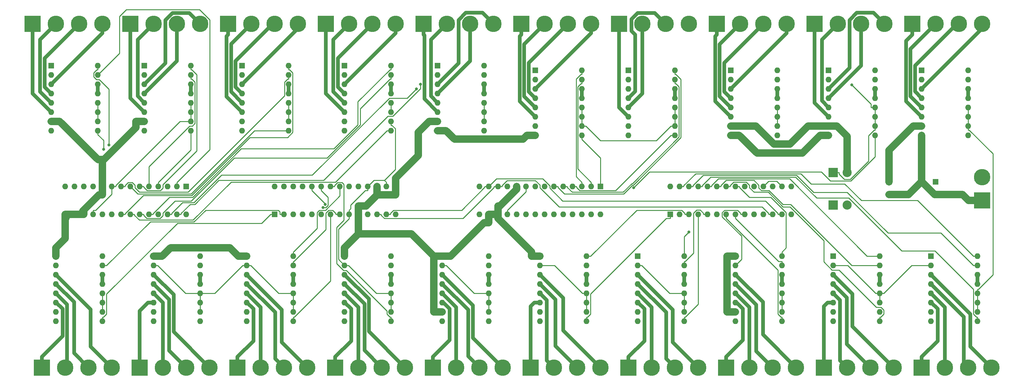
<source format=gbr>
G04 #@! TF.GenerationSoftware,KiCad,Pcbnew,5.1.5-52549c5~84~ubuntu18.04.1*
G04 #@! TF.CreationDate,2020-03-09T20:44:28+01:00*
G04 #@! TF.ProjectId,solarOSE_kicad,736f6c61-724f-4534-955f-6b696361642e,rev?*
G04 #@! TF.SameCoordinates,Original*
G04 #@! TF.FileFunction,Copper,L2,Bot*
G04 #@! TF.FilePolarity,Positive*
%FSLAX46Y46*%
G04 Gerber Fmt 4.6, Leading zero omitted, Abs format (unit mm)*
G04 Created by KiCad (PCBNEW 5.1.5-52549c5~84~ubuntu18.04.1) date 2020-03-09 20:44:28*
%MOMM*%
%LPD*%
G04 APERTURE LIST*
%ADD10C,1.600000*%
%ADD11R,1.600000X1.600000*%
%ADD12C,2.499360*%
%ADD13R,2.499360X2.499360*%
%ADD14O,1.600000X1.600000*%
%ADD15R,4.500880X4.500880*%
%ADD16C,4.500880*%
%ADD17C,0.800000*%
%ADD18C,0.250000*%
%ADD19C,2.000000*%
%ADD20C,1.000000*%
G04 APERTURE END LIST*
D10*
X264160000Y-91130000D03*
D11*
X264160000Y-87630000D03*
D10*
X251460000Y-91130000D03*
D11*
X251460000Y-87630000D03*
D12*
X240030000Y-93980000D03*
D13*
X236220000Y-93980000D03*
D12*
X240030000Y-85090000D03*
D13*
X236220000Y-85090000D03*
D14*
X35560000Y-55880000D03*
X22860000Y-73660000D03*
X35560000Y-58420000D03*
X22860000Y-71120000D03*
X35560000Y-60960000D03*
X22860000Y-68580000D03*
X35560000Y-63500000D03*
X22860000Y-66040000D03*
X35560000Y-66040000D03*
X22860000Y-63500000D03*
X35560000Y-68580000D03*
X22860000Y-60960000D03*
X35560000Y-71120000D03*
X22860000Y-58420000D03*
X35560000Y-73660000D03*
D11*
X22860000Y-55880000D03*
X48260000Y-55880000D03*
D14*
X60960000Y-73660000D03*
X48260000Y-58420000D03*
X60960000Y-71120000D03*
X48260000Y-60960000D03*
X60960000Y-68580000D03*
X48260000Y-63500000D03*
X60960000Y-66040000D03*
X48260000Y-66040000D03*
X60960000Y-63500000D03*
X48260000Y-68580000D03*
X60960000Y-60960000D03*
X48260000Y-71120000D03*
X60960000Y-58420000D03*
X48260000Y-73660000D03*
X60960000Y-55880000D03*
D11*
X74930000Y-55880000D03*
D14*
X87630000Y-73660000D03*
X74930000Y-58420000D03*
X87630000Y-71120000D03*
X74930000Y-60960000D03*
X87630000Y-68580000D03*
X74930000Y-63500000D03*
X87630000Y-66040000D03*
X74930000Y-66040000D03*
X87630000Y-63500000D03*
X74930000Y-68580000D03*
X87630000Y-60960000D03*
X74930000Y-71120000D03*
X87630000Y-58420000D03*
X74930000Y-73660000D03*
X87630000Y-55880000D03*
X115570000Y-55880000D03*
X102870000Y-73660000D03*
X115570000Y-58420000D03*
X102870000Y-71120000D03*
X115570000Y-60960000D03*
X102870000Y-68580000D03*
X115570000Y-63500000D03*
X102870000Y-66040000D03*
X115570000Y-66040000D03*
X102870000Y-63500000D03*
X115570000Y-68580000D03*
X102870000Y-60960000D03*
X115570000Y-71120000D03*
X102870000Y-58420000D03*
X115570000Y-73660000D03*
D11*
X102870000Y-55880000D03*
D14*
X140970000Y-55880000D03*
X128270000Y-73660000D03*
X140970000Y-58420000D03*
X128270000Y-71120000D03*
X140970000Y-60960000D03*
X128270000Y-68580000D03*
X140970000Y-63500000D03*
X128270000Y-66040000D03*
X140970000Y-66040000D03*
X128270000Y-63500000D03*
X140970000Y-68580000D03*
X128270000Y-60960000D03*
X140970000Y-71120000D03*
X128270000Y-58420000D03*
X140970000Y-73660000D03*
D11*
X128270000Y-55880000D03*
X154940000Y-57150000D03*
D14*
X167640000Y-74930000D03*
X154940000Y-59690000D03*
X167640000Y-72390000D03*
X154940000Y-62230000D03*
X167640000Y-69850000D03*
X154940000Y-64770000D03*
X167640000Y-67310000D03*
X154940000Y-67310000D03*
X167640000Y-64770000D03*
X154940000Y-69850000D03*
X167640000Y-62230000D03*
X154940000Y-72390000D03*
X167640000Y-59690000D03*
X154940000Y-74930000D03*
X167640000Y-57150000D03*
X193040000Y-57150000D03*
X180340000Y-74930000D03*
X193040000Y-59690000D03*
X180340000Y-72390000D03*
X193040000Y-62230000D03*
X180340000Y-69850000D03*
X193040000Y-64770000D03*
X180340000Y-67310000D03*
X193040000Y-67310000D03*
X180340000Y-64770000D03*
X193040000Y-69850000D03*
X180340000Y-62230000D03*
X193040000Y-72390000D03*
X180340000Y-59690000D03*
X193040000Y-74930000D03*
D11*
X180340000Y-57150000D03*
X208280000Y-57150000D03*
D14*
X220980000Y-74930000D03*
X208280000Y-59690000D03*
X220980000Y-72390000D03*
X208280000Y-62230000D03*
X220980000Y-69850000D03*
X208280000Y-64770000D03*
X220980000Y-67310000D03*
X208280000Y-67310000D03*
X220980000Y-64770000D03*
X208280000Y-69850000D03*
X220980000Y-62230000D03*
X208280000Y-72390000D03*
X220980000Y-59690000D03*
X208280000Y-74930000D03*
X220980000Y-57150000D03*
D11*
X234950000Y-57150000D03*
D14*
X247650000Y-74930000D03*
X234950000Y-59690000D03*
X247650000Y-72390000D03*
X234950000Y-62230000D03*
X247650000Y-69850000D03*
X234950000Y-64770000D03*
X247650000Y-67310000D03*
X234950000Y-67310000D03*
X247650000Y-64770000D03*
X234950000Y-69850000D03*
X247650000Y-62230000D03*
X234950000Y-72390000D03*
X247650000Y-59690000D03*
X234950000Y-74930000D03*
X247650000Y-57150000D03*
X273050000Y-57150000D03*
X260350000Y-74930000D03*
X273050000Y-59690000D03*
X260350000Y-72390000D03*
X273050000Y-62230000D03*
X260350000Y-69850000D03*
X273050000Y-64770000D03*
X260350000Y-67310000D03*
X273050000Y-67310000D03*
X260350000Y-64770000D03*
X273050000Y-69850000D03*
X260350000Y-62230000D03*
X273050000Y-72390000D03*
X260350000Y-59690000D03*
X273050000Y-74930000D03*
D11*
X260350000Y-57150000D03*
X24130000Y-107950000D03*
D14*
X36830000Y-125730000D03*
X24130000Y-110490000D03*
X36830000Y-123190000D03*
X24130000Y-113030000D03*
X36830000Y-120650000D03*
X24130000Y-115570000D03*
X36830000Y-118110000D03*
X24130000Y-118110000D03*
X36830000Y-115570000D03*
X24130000Y-120650000D03*
X36830000Y-113030000D03*
X24130000Y-123190000D03*
X36830000Y-110490000D03*
X24130000Y-125730000D03*
X36830000Y-107950000D03*
X63500000Y-107950000D03*
X50800000Y-125730000D03*
X63500000Y-110490000D03*
X50800000Y-123190000D03*
X63500000Y-113030000D03*
X50800000Y-120650000D03*
X63500000Y-115570000D03*
X50800000Y-118110000D03*
X63500000Y-118110000D03*
X50800000Y-115570000D03*
X63500000Y-120650000D03*
X50800000Y-113030000D03*
X63500000Y-123190000D03*
X50800000Y-110490000D03*
X63500000Y-125730000D03*
D11*
X50800000Y-107950000D03*
X76200000Y-107950000D03*
D14*
X88900000Y-125730000D03*
X76200000Y-110490000D03*
X88900000Y-123190000D03*
X76200000Y-113030000D03*
X88900000Y-120650000D03*
X76200000Y-115570000D03*
X88900000Y-118110000D03*
X76200000Y-118110000D03*
X88900000Y-115570000D03*
X76200000Y-120650000D03*
X88900000Y-113030000D03*
X76200000Y-123190000D03*
X88900000Y-110490000D03*
X76200000Y-125730000D03*
X88900000Y-107950000D03*
X115570000Y-107950000D03*
X102870000Y-125730000D03*
X115570000Y-110490000D03*
X102870000Y-123190000D03*
X115570000Y-113030000D03*
X102870000Y-120650000D03*
X115570000Y-115570000D03*
X102870000Y-118110000D03*
X115570000Y-118110000D03*
X102870000Y-115570000D03*
X115570000Y-120650000D03*
X102870000Y-113030000D03*
X115570000Y-123190000D03*
X102870000Y-110490000D03*
X115570000Y-125730000D03*
D11*
X102870000Y-107950000D03*
X129540000Y-107950000D03*
D14*
X142240000Y-125730000D03*
X129540000Y-110490000D03*
X142240000Y-123190000D03*
X129540000Y-113030000D03*
X142240000Y-120650000D03*
X129540000Y-115570000D03*
X142240000Y-118110000D03*
X129540000Y-118110000D03*
X142240000Y-115570000D03*
X129540000Y-120650000D03*
X142240000Y-113030000D03*
X129540000Y-123190000D03*
X142240000Y-110490000D03*
X129540000Y-125730000D03*
X142240000Y-107950000D03*
X168910000Y-107950000D03*
X156210000Y-125730000D03*
X168910000Y-110490000D03*
X156210000Y-123190000D03*
X168910000Y-113030000D03*
X156210000Y-120650000D03*
X168910000Y-115570000D03*
X156210000Y-118110000D03*
X168910000Y-118110000D03*
X156210000Y-115570000D03*
X168910000Y-120650000D03*
X156210000Y-113030000D03*
X168910000Y-123190000D03*
X156210000Y-110490000D03*
X168910000Y-125730000D03*
D11*
X156210000Y-107950000D03*
X182880000Y-107950000D03*
D14*
X195580000Y-125730000D03*
X182880000Y-110490000D03*
X195580000Y-123190000D03*
X182880000Y-113030000D03*
X195580000Y-120650000D03*
X182880000Y-115570000D03*
X195580000Y-118110000D03*
X182880000Y-118110000D03*
X195580000Y-115570000D03*
X182880000Y-120650000D03*
X195580000Y-113030000D03*
X182880000Y-123190000D03*
X195580000Y-110490000D03*
X182880000Y-125730000D03*
X195580000Y-107950000D03*
X222250000Y-107950000D03*
X209550000Y-125730000D03*
X222250000Y-110490000D03*
X209550000Y-123190000D03*
X222250000Y-113030000D03*
X209550000Y-120650000D03*
X222250000Y-115570000D03*
X209550000Y-118110000D03*
X222250000Y-118110000D03*
X209550000Y-115570000D03*
X222250000Y-120650000D03*
X209550000Y-113030000D03*
X222250000Y-123190000D03*
X209550000Y-110490000D03*
X222250000Y-125730000D03*
D11*
X209550000Y-107950000D03*
X236220000Y-107950000D03*
D14*
X248920000Y-125730000D03*
X236220000Y-110490000D03*
X248920000Y-123190000D03*
X236220000Y-113030000D03*
X248920000Y-120650000D03*
X236220000Y-115570000D03*
X248920000Y-118110000D03*
X236220000Y-118110000D03*
X248920000Y-115570000D03*
X236220000Y-120650000D03*
X248920000Y-113030000D03*
X236220000Y-123190000D03*
X248920000Y-110490000D03*
X236220000Y-125730000D03*
X248920000Y-107950000D03*
X275590000Y-107950000D03*
X262890000Y-125730000D03*
X275590000Y-110490000D03*
X262890000Y-123190000D03*
X275590000Y-113030000D03*
X262890000Y-120650000D03*
X275590000Y-115570000D03*
X262890000Y-118110000D03*
X275590000Y-118110000D03*
X262890000Y-115570000D03*
X275590000Y-120650000D03*
X262890000Y-113030000D03*
X275590000Y-123190000D03*
X262890000Y-110490000D03*
X275590000Y-125730000D03*
D11*
X262890000Y-107950000D03*
D15*
X276860000Y-92710000D03*
D16*
X276860000Y-86360000D03*
D15*
X17780000Y-44450000D03*
D16*
X24130000Y-44450000D03*
X30480000Y-44450000D03*
X36830000Y-44450000D03*
X63500000Y-44450000D03*
X57150000Y-44450000D03*
X50800000Y-44450000D03*
D15*
X44450000Y-44450000D03*
X71120000Y-44450000D03*
D16*
X77470000Y-44450000D03*
X83820000Y-44450000D03*
X90170000Y-44450000D03*
D15*
X97790000Y-44450000D03*
D16*
X104140000Y-44450000D03*
X110490000Y-44450000D03*
X116840000Y-44450000D03*
X143510000Y-44450000D03*
X137160000Y-44450000D03*
X130810000Y-44450000D03*
D15*
X124460000Y-44450000D03*
X151130000Y-44450000D03*
D16*
X157480000Y-44450000D03*
X163830000Y-44450000D03*
X170180000Y-44450000D03*
X196850000Y-44450000D03*
X190500000Y-44450000D03*
X184150000Y-44450000D03*
D15*
X177800000Y-44450000D03*
X204470000Y-44450000D03*
D16*
X210820000Y-44450000D03*
X217170000Y-44450000D03*
X223520000Y-44450000D03*
X250190000Y-44450000D03*
X243840000Y-44450000D03*
X237490000Y-44450000D03*
D15*
X231140000Y-44450000D03*
X257810000Y-44450000D03*
D16*
X264160000Y-44450000D03*
X270510000Y-44450000D03*
X276860000Y-44450000D03*
X39370000Y-138430000D03*
X33020000Y-138430000D03*
X26670000Y-138430000D03*
D15*
X20320000Y-138430000D03*
X46990000Y-138430000D03*
D16*
X53340000Y-138430000D03*
X59690000Y-138430000D03*
X66040000Y-138430000D03*
X92710000Y-138430000D03*
X86360000Y-138430000D03*
X80010000Y-138430000D03*
D15*
X73660000Y-138430000D03*
X100330000Y-138430000D03*
D16*
X106680000Y-138430000D03*
X113030000Y-138430000D03*
X119380000Y-138430000D03*
X146050000Y-138430000D03*
X139700000Y-138430000D03*
X133350000Y-138430000D03*
D15*
X127000000Y-138430000D03*
X153670000Y-138430000D03*
D16*
X160020000Y-138430000D03*
X166370000Y-138430000D03*
X172720000Y-138430000D03*
X199390000Y-138430000D03*
X193040000Y-138430000D03*
X186690000Y-138430000D03*
D15*
X180340000Y-138430000D03*
D16*
X226060000Y-138430000D03*
X219710000Y-138430000D03*
X213360000Y-138430000D03*
D15*
X207010000Y-138430000D03*
X233680000Y-138430000D03*
D16*
X240030000Y-138430000D03*
X246380000Y-138430000D03*
X252730000Y-138430000D03*
X279400000Y-138430000D03*
X273050000Y-138430000D03*
X266700000Y-138430000D03*
D15*
X260350000Y-138430000D03*
D11*
X59690000Y-88900000D03*
D14*
X26670000Y-96520000D03*
X57150000Y-88900000D03*
X29210000Y-96520000D03*
X54610000Y-88900000D03*
X31750000Y-96520000D03*
X52070000Y-88900000D03*
X34290000Y-96520000D03*
X49530000Y-88900000D03*
X36830000Y-96520000D03*
X46990000Y-88900000D03*
X39370000Y-96520000D03*
X44450000Y-88900000D03*
X41910000Y-96520000D03*
X41910000Y-88900000D03*
X44450000Y-96520000D03*
X39370000Y-88900000D03*
X46990000Y-96520000D03*
X36830000Y-88900000D03*
X49530000Y-96520000D03*
X34290000Y-88900000D03*
X52070000Y-96520000D03*
X31750000Y-88900000D03*
X54610000Y-96520000D03*
X29210000Y-88900000D03*
X57150000Y-96520000D03*
X26670000Y-88900000D03*
X59690000Y-96520000D03*
X172720000Y-96520000D03*
X139700000Y-88900000D03*
X170180000Y-96520000D03*
X142240000Y-88900000D03*
X167640000Y-96520000D03*
X144780000Y-88900000D03*
X165100000Y-96520000D03*
X147320000Y-88900000D03*
X162560000Y-96520000D03*
X149860000Y-88900000D03*
X160020000Y-96520000D03*
X152400000Y-88900000D03*
X157480000Y-96520000D03*
X154940000Y-88900000D03*
X154940000Y-96520000D03*
X157480000Y-88900000D03*
X152400000Y-96520000D03*
X160020000Y-88900000D03*
X149860000Y-96520000D03*
X162560000Y-88900000D03*
X147320000Y-96520000D03*
X165100000Y-88900000D03*
X144780000Y-96520000D03*
X167640000Y-88900000D03*
X142240000Y-96520000D03*
X170180000Y-88900000D03*
X139700000Y-96520000D03*
D11*
X172720000Y-88900000D03*
X83820000Y-96520000D03*
D14*
X116840000Y-88900000D03*
X86360000Y-96520000D03*
X114300000Y-88900000D03*
X88900000Y-96520000D03*
X111760000Y-88900000D03*
X91440000Y-96520000D03*
X109220000Y-88900000D03*
X93980000Y-96520000D03*
X106680000Y-88900000D03*
X96520000Y-96520000D03*
X104140000Y-88900000D03*
X99060000Y-96520000D03*
X101600000Y-88900000D03*
X101600000Y-96520000D03*
X99060000Y-88900000D03*
X104140000Y-96520000D03*
X96520000Y-88900000D03*
X106680000Y-96520000D03*
X93980000Y-88900000D03*
X109220000Y-96520000D03*
X91440000Y-88900000D03*
X111760000Y-96520000D03*
X88900000Y-88900000D03*
X114300000Y-96520000D03*
X86360000Y-88900000D03*
X116840000Y-96520000D03*
X83820000Y-88900000D03*
X191770000Y-88900000D03*
X224790000Y-96520000D03*
X194310000Y-88900000D03*
X222250000Y-96520000D03*
X196850000Y-88900000D03*
X219710000Y-96520000D03*
X199390000Y-88900000D03*
X217170000Y-96520000D03*
X201930000Y-88900000D03*
X214630000Y-96520000D03*
X204470000Y-88900000D03*
X212090000Y-96520000D03*
X207010000Y-88900000D03*
X209550000Y-96520000D03*
X209550000Y-88900000D03*
X207010000Y-96520000D03*
X212090000Y-88900000D03*
X204470000Y-96520000D03*
X214630000Y-88900000D03*
X201930000Y-96520000D03*
X217170000Y-88900000D03*
X199390000Y-96520000D03*
X219710000Y-88900000D03*
X196850000Y-96520000D03*
X222250000Y-88900000D03*
X194310000Y-96520000D03*
X224790000Y-88900000D03*
D11*
X191770000Y-96520000D03*
D17*
X38558400Y-77545500D03*
X241273600Y-61168100D03*
X37112700Y-78731700D03*
X123561800Y-60961000D03*
X122503400Y-62220900D03*
X181731300Y-89286900D03*
X97600200Y-93822200D03*
X96983600Y-94667800D03*
X196855100Y-101328700D03*
D18*
X35560000Y-55880000D02*
X35560000Y-57005300D01*
X35560000Y-57005300D02*
X35278700Y-57005300D01*
X35278700Y-57005300D02*
X34418700Y-57865300D01*
X34418700Y-57865300D02*
X34418700Y-58907200D01*
X34418700Y-58907200D02*
X35201500Y-59690000D01*
X35201500Y-59690000D02*
X35943500Y-59690000D01*
X35943500Y-59690000D02*
X38558400Y-62304900D01*
X38558400Y-62304900D02*
X38558400Y-77545500D01*
D19*
X260350000Y-87595700D02*
X263884300Y-91130000D01*
X263884300Y-91130000D02*
X264160000Y-91130000D01*
X260350000Y-74930000D02*
X260350000Y-87595700D01*
X260350000Y-87595700D02*
X256815700Y-91130000D01*
X256815700Y-91130000D02*
X251460000Y-91130000D01*
X128270000Y-73660000D02*
X130570300Y-73660000D01*
X154940000Y-74930000D02*
X152639700Y-74930000D01*
X152639700Y-74930000D02*
X151601200Y-75968500D01*
X151601200Y-75968500D02*
X132878800Y-75968500D01*
X132878800Y-75968500D02*
X130570300Y-73660000D01*
X210580300Y-74930000D02*
X215444300Y-79794000D01*
X215444300Y-79794000D02*
X227785700Y-79794000D01*
X227785700Y-79794000D02*
X232649700Y-74930000D01*
X208280000Y-74930000D02*
X210580300Y-74930000D01*
X234950000Y-74930000D02*
X232649700Y-74930000D01*
X276860000Y-92710000D02*
X273109300Y-92710000D01*
X273109300Y-92710000D02*
X271529300Y-91130000D01*
X271529300Y-91130000D02*
X264160000Y-91130000D01*
D18*
X57150000Y-88900000D02*
X57150000Y-87774700D01*
X57150000Y-87774700D02*
X66117300Y-78807400D01*
X66117300Y-78807400D02*
X66117300Y-43387200D01*
X66117300Y-43387200D02*
X63329000Y-40598900D01*
X63329000Y-40598900D02*
X43293000Y-40598900D01*
X43293000Y-40598900D02*
X41449400Y-42442500D01*
X41449400Y-42442500D02*
X41449400Y-52530600D01*
X41449400Y-52530600D02*
X35560000Y-58420000D01*
D19*
X36830000Y-81582500D02*
X37208800Y-81582500D01*
X37208800Y-81582500D02*
X45959700Y-72831600D01*
X45959700Y-72831600D02*
X45959700Y-71120000D01*
X25160300Y-71120000D02*
X35622800Y-81582500D01*
X35622800Y-81582500D02*
X36830000Y-81582500D01*
X36830000Y-81582500D02*
X36830000Y-86599700D01*
X209550000Y-123190000D02*
X207249700Y-123190000D01*
X209550000Y-107950000D02*
X207249700Y-107950000D01*
X207249700Y-107950000D02*
X207249700Y-123190000D01*
X106680000Y-101839700D02*
X102870000Y-105649700D01*
X106680000Y-98195200D02*
X106680000Y-101839700D01*
X106680000Y-101839700D02*
X121129400Y-101839700D01*
X121129400Y-101839700D02*
X127239700Y-107950000D01*
X129540000Y-123190000D02*
X127239700Y-123190000D01*
X129540000Y-107950000D02*
X127239700Y-107950000D01*
X127239700Y-107950000D02*
X127239700Y-123190000D01*
X130067500Y-107950000D02*
X129540000Y-107950000D01*
X130067500Y-107950000D02*
X131840300Y-107950000D01*
X102870000Y-107950000D02*
X102870000Y-105649700D01*
X106680000Y-96520000D02*
X106680000Y-98195200D01*
X36830000Y-88900000D02*
X36830000Y-86599700D01*
X237250300Y-72390000D02*
X240030000Y-75169700D01*
X240030000Y-75169700D02*
X240030000Y-85090000D01*
X234950000Y-72390000D02*
X237250300Y-72390000D01*
X144780000Y-96520000D02*
X144780000Y-94219700D01*
X144780000Y-94219700D02*
X145304800Y-94219700D01*
X145304800Y-94219700D02*
X149860000Y-89664500D01*
X149860000Y-89664500D02*
X149860000Y-88900000D01*
X144780000Y-96807500D02*
X144780000Y-96520000D01*
X144780000Y-96807500D02*
X144780000Y-97095000D01*
X142240000Y-96520000D02*
X144540300Y-96520000D01*
X144780000Y-97095000D02*
X144540300Y-96855300D01*
X144540300Y-96855300D02*
X144540300Y-96520000D01*
X144780000Y-97095000D02*
X144780000Y-97670100D01*
X36830000Y-88900000D02*
X36830000Y-91200300D01*
X36830000Y-91200300D02*
X35919500Y-91200300D01*
X35919500Y-91200300D02*
X31750000Y-95369800D01*
X29210000Y-96520000D02*
X31510300Y-96520000D01*
X31750000Y-95369800D02*
X31510300Y-95609500D01*
X31510300Y-95609500D02*
X31510300Y-96520000D01*
X31750000Y-96520000D02*
X31750000Y-95369800D01*
X26670000Y-97670100D02*
X26670000Y-103109700D01*
X26670000Y-103109700D02*
X24130000Y-105649700D01*
X26909700Y-96520000D02*
X26909700Y-97430400D01*
X26909700Y-97430400D02*
X26670000Y-97670100D01*
X24130000Y-107950000D02*
X24130000Y-105649700D01*
X208280000Y-72390000D02*
X210580300Y-72390000D01*
X210580300Y-72390000D02*
X215116500Y-72390000D01*
X215116500Y-72390000D02*
X220018100Y-77291600D01*
X220018100Y-77291600D02*
X224469200Y-77291600D01*
X224469200Y-77291600D02*
X229370800Y-72390000D01*
X229370800Y-72390000D02*
X234950000Y-72390000D01*
X22860000Y-71120000D02*
X25160300Y-71120000D01*
X48260000Y-71120000D02*
X45959700Y-71120000D01*
X29210000Y-96520000D02*
X26909700Y-96520000D01*
X26670000Y-96520000D02*
X26670000Y-97670100D01*
X156210000Y-107950000D02*
X153909700Y-107950000D01*
X142240000Y-96520000D02*
X142240000Y-98820300D01*
X142240000Y-98820300D02*
X140970000Y-98820300D01*
X140970000Y-98820300D02*
X131840300Y-107950000D01*
X106680000Y-96520000D02*
X106680000Y-94219700D01*
X111760000Y-91200300D02*
X116840000Y-91200300D01*
X111760000Y-90575200D02*
X111760000Y-91200300D01*
X106680000Y-94219700D02*
X108740600Y-94219700D01*
X108740600Y-94219700D02*
X111760000Y-91200300D01*
X116840000Y-88900000D02*
X116840000Y-86599700D01*
X128270000Y-71120000D02*
X125969700Y-71120000D01*
X125969700Y-71120000D02*
X123015600Y-74074100D01*
X123015600Y-74074100D02*
X123015600Y-80424100D01*
X123015600Y-80424100D02*
X116840000Y-86599700D01*
X258049700Y-72390000D02*
X251460000Y-78979700D01*
X251460000Y-78979700D02*
X251460000Y-85329700D01*
X251460000Y-87630000D02*
X251460000Y-85329700D01*
X260350000Y-72390000D02*
X258049700Y-72390000D01*
X153909700Y-107950000D02*
X153909700Y-106799800D01*
X153909700Y-106799800D02*
X144780000Y-97670100D01*
X50800000Y-107950000D02*
X53100300Y-107950000D01*
X76200000Y-107950000D02*
X73899700Y-107950000D01*
X73899700Y-107950000D02*
X71599400Y-105649700D01*
X71599400Y-105649700D02*
X55400600Y-105649700D01*
X55400600Y-105649700D02*
X53100300Y-107950000D01*
X116840000Y-88900000D02*
X116840000Y-91200300D01*
X111760000Y-88900000D02*
X111760000Y-90575200D01*
D20*
X35560000Y-63500000D02*
X35560000Y-60960000D01*
X17780000Y-44450000D02*
X17780000Y-63500000D01*
X17780000Y-63500000D02*
X22860000Y-68580000D01*
X24130000Y-44450000D02*
X19810600Y-48769400D01*
X19810600Y-48769400D02*
X19810600Y-62990600D01*
X19810600Y-62990600D02*
X22860000Y-66040000D01*
D18*
X39370000Y-88900000D02*
X40495300Y-88900000D01*
X40495300Y-88900000D02*
X40495300Y-88618700D01*
X40495300Y-88618700D02*
X57994000Y-71120000D01*
X57994000Y-71120000D02*
X60960000Y-71120000D01*
X34290000Y-95394700D02*
X34993300Y-95394700D01*
X34993300Y-95394700D02*
X39370000Y-91018000D01*
X39370000Y-91018000D02*
X39370000Y-88900000D01*
X34290000Y-96520000D02*
X34290000Y-95394700D01*
X247650000Y-67310000D02*
X246524700Y-67310000D01*
X246524700Y-67310000D02*
X246524700Y-66419200D01*
X246524700Y-66419200D02*
X241273600Y-61168100D01*
X247650000Y-69850000D02*
X247650000Y-67310000D01*
X193040000Y-72390000D02*
X191914700Y-72390000D01*
X191914700Y-72390000D02*
X187943200Y-76361500D01*
X187943200Y-76361500D02*
X172736800Y-76361500D01*
X172736800Y-76361500D02*
X168765300Y-72390000D01*
X193040000Y-72390000D02*
X193040000Y-69850000D01*
X167640000Y-72390000D02*
X168765300Y-72390000D01*
X88900000Y-118110000D02*
X84945300Y-118110000D01*
X84945300Y-118110000D02*
X77325300Y-110490000D01*
X76200000Y-110490000D02*
X77325300Y-110490000D01*
X88900000Y-118110000D02*
X88900000Y-120650000D01*
X275590000Y-118110000D02*
X275590000Y-116984700D01*
X275590000Y-116984700D02*
X275871300Y-116984700D01*
X275871300Y-116984700D02*
X279771600Y-113084400D01*
X279771600Y-113084400D02*
X279771600Y-79955600D01*
X279771600Y-79955600D02*
X273331300Y-73515300D01*
X273331300Y-73515300D02*
X273050000Y-73515300D01*
X275590000Y-118110000D02*
X275590000Y-120650000D01*
X273050000Y-72390000D02*
X273050000Y-73515300D01*
X222250000Y-88900000D02*
X220812900Y-87462900D01*
X220812900Y-87462900D02*
X218607100Y-87462900D01*
X218607100Y-87462900D02*
X217170000Y-88900000D01*
X147320000Y-96520000D02*
X147320000Y-95394700D01*
X147320000Y-95394700D02*
X152400000Y-90314700D01*
X152400000Y-90314700D02*
X152400000Y-88900000D01*
X63500000Y-118110000D02*
X67454700Y-118110000D01*
X67454700Y-118110000D02*
X75074700Y-110490000D01*
X76200000Y-110490000D02*
X75074700Y-110490000D01*
X63500000Y-118110000D02*
X63500000Y-119524700D01*
X248920000Y-118110000D02*
X247794700Y-118110000D01*
X236220000Y-110490000D02*
X240174700Y-110490000D01*
X240174700Y-110490000D02*
X247794700Y-118110000D01*
X220980000Y-69850000D02*
X220980000Y-72390000D01*
X212090000Y-96520000D02*
X210964700Y-96520000D01*
X209550000Y-110490000D02*
X211193500Y-108846500D01*
X211193500Y-108846500D02*
X211193500Y-102503700D01*
X211193500Y-102503700D02*
X205884400Y-97194600D01*
X205884400Y-97194600D02*
X205884400Y-96050800D01*
X205884400Y-96050800D02*
X206540500Y-95394700D01*
X206540500Y-95394700D02*
X210120800Y-95394700D01*
X210120800Y-95394700D02*
X210964700Y-96238600D01*
X210964700Y-96238600D02*
X210964700Y-96520000D01*
X195580000Y-118110000D02*
X191625300Y-118110000D01*
X191625300Y-118110000D02*
X184005300Y-110490000D01*
X182880000Y-110490000D02*
X184005300Y-110490000D01*
X195580000Y-118110000D02*
X195580000Y-120650000D01*
X247650000Y-73515300D02*
X247368600Y-73515300D01*
X247368600Y-73515300D02*
X245858600Y-75025300D01*
X245858600Y-75025300D02*
X245858600Y-81947700D01*
X245858600Y-81947700D02*
X240841100Y-86965200D01*
X240841100Y-86965200D02*
X239229500Y-86965200D01*
X239229500Y-86965200D02*
X237795000Y-85530700D01*
X237795000Y-85530700D02*
X237795000Y-85090000D01*
X156210000Y-110490000D02*
X160164700Y-110490000D01*
X160164700Y-110490000D02*
X167784700Y-118110000D01*
X142240000Y-118110000D02*
X138285300Y-118110000D01*
X138285300Y-118110000D02*
X130665300Y-110490000D01*
X129540000Y-110490000D02*
X130665300Y-110490000D01*
X142240000Y-118110000D02*
X142240000Y-120650000D01*
X104140000Y-96520000D02*
X104140000Y-95394700D01*
X104140000Y-95394700D02*
X104577300Y-94957400D01*
X104577300Y-94957400D02*
X104577300Y-93964700D01*
X104577300Y-93964700D02*
X108516700Y-90025300D01*
X108516700Y-90025300D02*
X109220000Y-90025300D01*
X102870000Y-110490000D02*
X101216500Y-108836500D01*
X101216500Y-108836500D02*
X101216500Y-100619400D01*
X101216500Y-100619400D02*
X104140000Y-97695900D01*
X104140000Y-97695900D02*
X104140000Y-96520000D01*
X109220000Y-88900000D02*
X109220000Y-90025300D01*
X51925300Y-110490000D02*
X59545300Y-118110000D01*
X59545300Y-118110000D02*
X63500000Y-118110000D01*
X63500000Y-120650000D02*
X63500000Y-119524700D01*
X35560000Y-68580000D02*
X35560000Y-66040000D01*
X35560000Y-71120000D02*
X35560000Y-68580000D01*
X115570000Y-71120000D02*
X115570000Y-72245300D01*
X113761800Y-87236500D02*
X114300000Y-87774700D01*
X109220000Y-88900000D02*
X110883500Y-87236500D01*
X110883500Y-87236500D02*
X113761800Y-87236500D01*
X115570000Y-72245300D02*
X115851300Y-72245300D01*
X115851300Y-72245300D02*
X116702400Y-73096400D01*
X116702400Y-73096400D02*
X116702400Y-84295900D01*
X116702400Y-84295900D02*
X113761800Y-87236500D01*
X115570000Y-68580000D02*
X115570000Y-66040000D01*
X140970000Y-68580000D02*
X140970000Y-66040000D01*
X140970000Y-71120000D02*
X140970000Y-68580000D01*
X193040000Y-69850000D02*
X193040000Y-67310000D01*
X273050000Y-69850000D02*
X273050000Y-67310000D01*
X273050000Y-72390000D02*
X273050000Y-69850000D01*
X63500000Y-123190000D02*
X63500000Y-120650000D01*
X50800000Y-110490000D02*
X51925300Y-110490000D01*
X115570000Y-118110000D02*
X111615300Y-118110000D01*
X111615300Y-118110000D02*
X103995300Y-110490000D01*
X102870000Y-110490000D02*
X103995300Y-110490000D01*
X115570000Y-120650000D02*
X115570000Y-118110000D01*
X115570000Y-123190000D02*
X115570000Y-120650000D01*
X168910000Y-120650000D02*
X168910000Y-118110000D01*
X168910000Y-123190000D02*
X168910000Y-120650000D01*
X168910000Y-118110000D02*
X167784700Y-118110000D01*
X222250000Y-120650000D02*
X222250000Y-118110000D01*
X222250000Y-123190000D02*
X222250000Y-120650000D01*
X275590000Y-123190000D02*
X275590000Y-120650000D01*
X60960000Y-68580000D02*
X60960000Y-71120000D01*
X60960000Y-66040000D02*
X60960000Y-68580000D01*
X87630000Y-68580000D02*
X87630000Y-71120000D01*
X87630000Y-66040000D02*
X87630000Y-68580000D01*
X167640000Y-69850000D02*
X167640000Y-72390000D01*
X167640000Y-67310000D02*
X167640000Y-69850000D01*
X220980000Y-67310000D02*
X220980000Y-69850000D01*
X247650000Y-72390000D02*
X247650000Y-73515300D01*
X247650000Y-69850000D02*
X247650000Y-72390000D01*
X236220000Y-85090000D02*
X237795000Y-85090000D01*
X36830000Y-118110000D02*
X36830000Y-120650000D01*
X36830000Y-120650000D02*
X36830000Y-123190000D01*
X88900000Y-120650000D02*
X88900000Y-123190000D01*
X142240000Y-120650000D02*
X142240000Y-123190000D01*
X195580000Y-120650000D02*
X195580000Y-123190000D01*
X248920000Y-118110000D02*
X250045300Y-118110000D01*
X250045300Y-118110000D02*
X257665300Y-110490000D01*
X257665300Y-110490000D02*
X262890000Y-110490000D01*
X248920000Y-118110000D02*
X248920000Y-120650000D01*
X114300000Y-88900000D02*
X114300000Y-87774700D01*
D20*
X30480000Y-44450000D02*
X21056400Y-53873600D01*
X21056400Y-53873600D02*
X21056400Y-61696400D01*
X21056400Y-61696400D02*
X22860000Y-63500000D01*
X36830000Y-44450000D02*
X36830000Y-46990000D01*
X36830000Y-46990000D02*
X22860000Y-60960000D01*
D18*
X35560000Y-73660000D02*
X35560000Y-74785300D01*
X37112700Y-78731700D02*
X37112700Y-76338000D01*
X37112700Y-76338000D02*
X35560000Y-74785300D01*
X60960000Y-73660000D02*
X60960000Y-78884700D01*
X60960000Y-78884700D02*
X52070000Y-87774700D01*
X52070000Y-88900000D02*
X52070000Y-87774700D01*
D20*
X63500000Y-44450000D02*
X60530300Y-41480300D01*
X60530300Y-41480300D02*
X55927700Y-41480300D01*
X55927700Y-41480300D02*
X53975000Y-43433000D01*
X53975000Y-43433000D02*
X53975000Y-55245000D01*
X53975000Y-55245000D02*
X48260000Y-60960000D01*
X57150000Y-44450000D02*
X57150000Y-54610000D01*
X57150000Y-54610000D02*
X48260000Y-63500000D01*
X50800000Y-44450000D02*
X46430700Y-48819300D01*
X46430700Y-48819300D02*
X46430700Y-64210700D01*
X46430700Y-64210700D02*
X48260000Y-66040000D01*
X60960000Y-60960000D02*
X60960000Y-63500000D01*
X44450000Y-44450000D02*
X44450000Y-64770000D01*
X44450000Y-64770000D02*
X48260000Y-68580000D01*
D18*
X60960000Y-58420000D02*
X60960000Y-59545300D01*
X49530000Y-88900000D02*
X49530000Y-83492500D01*
X49530000Y-83492500D02*
X60632500Y-72390000D01*
X60632500Y-72390000D02*
X61359000Y-72390000D01*
X61359000Y-72390000D02*
X62085300Y-71663700D01*
X62085300Y-71663700D02*
X62085300Y-60389200D01*
X62085300Y-60389200D02*
X61241400Y-59545300D01*
X61241400Y-59545300D02*
X60960000Y-59545300D01*
X46990000Y-88900000D02*
X48115300Y-88900000D01*
X60960000Y-55880000D02*
X60960000Y-57005300D01*
X60960000Y-57005300D02*
X61241300Y-57005300D01*
X61241300Y-57005300D02*
X62571600Y-58335600D01*
X62571600Y-58335600D02*
X62571600Y-79138200D01*
X62571600Y-79138200D02*
X53340000Y-88369800D01*
X53340000Y-88369800D02*
X53340000Y-89296400D01*
X53340000Y-89296400D02*
X52611000Y-90025400D01*
X52611000Y-90025400D02*
X49047800Y-90025400D01*
X49047800Y-90025400D02*
X48115300Y-89092900D01*
X48115300Y-89092900D02*
X48115300Y-88900000D01*
X44450000Y-88900000D02*
X46486500Y-90936500D01*
X46486500Y-90936500D02*
X61056800Y-90936500D01*
X61056800Y-90936500D02*
X78333300Y-73660000D01*
X78333300Y-73660000D02*
X86504700Y-73660000D01*
X87630000Y-73660000D02*
X86504700Y-73660000D01*
D20*
X90170000Y-44450000D02*
X90170000Y-45720000D01*
X90170000Y-45720000D02*
X74930000Y-60960000D01*
X83820000Y-44450000D02*
X83311000Y-44450000D01*
X83311000Y-44450000D02*
X73129600Y-54631400D01*
X73129600Y-54631400D02*
X73129600Y-61699600D01*
X73129600Y-61699600D02*
X74930000Y-63500000D01*
X77470000Y-44450000D02*
X71914100Y-50005900D01*
X71914100Y-50005900D02*
X71914100Y-63024100D01*
X71914100Y-63024100D02*
X74930000Y-66040000D01*
X87630000Y-60960000D02*
X87630000Y-63500000D01*
X71120000Y-44450000D02*
X71120000Y-47400700D01*
X71120000Y-47400700D02*
X70701100Y-47819600D01*
X70701100Y-47819600D02*
X70701100Y-64351100D01*
X70701100Y-64351100D02*
X74930000Y-68580000D01*
D18*
X41910000Y-88900000D02*
X43035300Y-88900000D01*
X87630000Y-58420000D02*
X87630000Y-59545300D01*
X87630000Y-59545300D02*
X87348600Y-59545300D01*
X87348600Y-59545300D02*
X86504700Y-60389200D01*
X86504700Y-60389200D02*
X86504700Y-64145400D01*
X86504700Y-64145400D02*
X60174400Y-90475700D01*
X60174400Y-90475700D02*
X46922700Y-90475700D01*
X46922700Y-90475700D02*
X45720000Y-89273000D01*
X45720000Y-89273000D02*
X45720000Y-88541900D01*
X45720000Y-88541900D02*
X44952800Y-87774700D01*
X44952800Y-87774700D02*
X43879200Y-87774700D01*
X43879200Y-87774700D02*
X43035300Y-88618600D01*
X43035300Y-88618600D02*
X43035300Y-88900000D01*
X43035300Y-96520000D02*
X43035300Y-96324700D01*
X43035300Y-96324700D02*
X47962800Y-91397200D01*
X47962800Y-91397200D02*
X61233000Y-91397200D01*
X61233000Y-91397200D02*
X77068700Y-75561500D01*
X77068700Y-75561500D02*
X87320100Y-75561500D01*
X87320100Y-75561500D02*
X88755300Y-74126300D01*
X88755300Y-74126300D02*
X88755300Y-57849200D01*
X88755300Y-57849200D02*
X87911400Y-57005300D01*
X87911400Y-57005300D02*
X87630000Y-57005300D01*
X87630000Y-55880000D02*
X87630000Y-57005300D01*
X41910000Y-96520000D02*
X43035300Y-96520000D01*
X50655300Y-96520000D02*
X50655300Y-96335400D01*
X50655300Y-96335400D02*
X55143100Y-91847600D01*
X55143100Y-91847600D02*
X61419500Y-91847600D01*
X61419500Y-91847600D02*
X74658900Y-78608200D01*
X74658900Y-78608200D02*
X100001700Y-78608200D01*
X100001700Y-78608200D02*
X106538700Y-72071200D01*
X106538700Y-72071200D02*
X106538700Y-65755300D01*
X106538700Y-65755300D02*
X115288700Y-57005300D01*
X115288700Y-57005300D02*
X115570000Y-57005300D01*
X115570000Y-55880000D02*
X115570000Y-57005300D01*
X49530000Y-96520000D02*
X50655300Y-96520000D01*
X48115300Y-96520000D02*
X48115300Y-96802000D01*
X48115300Y-96802000D02*
X48958600Y-97645300D01*
X48958600Y-97645300D02*
X52542300Y-97645300D01*
X52542300Y-97645300D02*
X53340000Y-96847600D01*
X53340000Y-96847600D02*
X53340000Y-96178700D01*
X53340000Y-96178700D02*
X56618100Y-92900600D01*
X56618100Y-92900600D02*
X61003400Y-92900600D01*
X61003400Y-92900600D02*
X72775300Y-81128700D01*
X72775300Y-81128700D02*
X98118100Y-81128700D01*
X98118100Y-81128700D02*
X107148300Y-72098500D01*
X107148300Y-72098500D02*
X107148300Y-67685600D01*
X107148300Y-67685600D02*
X115288600Y-59545300D01*
X115288600Y-59545300D02*
X115570000Y-59545300D01*
X115570000Y-58420000D02*
X115570000Y-59545300D01*
X46990000Y-96520000D02*
X48115300Y-96520000D01*
D20*
X115570000Y-63500000D02*
X115570000Y-60960000D01*
X97790000Y-44450000D02*
X97790000Y-63500000D01*
X97790000Y-63500000D02*
X102870000Y-68580000D01*
X104140000Y-44450000D02*
X99814100Y-48775900D01*
X99814100Y-48775900D02*
X99814100Y-62984100D01*
X99814100Y-62984100D02*
X102870000Y-66040000D01*
X110490000Y-44450000D02*
X101065500Y-53874500D01*
X101065500Y-53874500D02*
X101065500Y-61695500D01*
X101065500Y-61695500D02*
X102870000Y-63500000D01*
X116840000Y-44450000D02*
X116840000Y-46990000D01*
X116840000Y-46990000D02*
X102870000Y-60960000D01*
D18*
X45575300Y-96520000D02*
X45575300Y-96801400D01*
X45575300Y-96801400D02*
X46869500Y-98095600D01*
X46869500Y-98095600D02*
X61561400Y-98095600D01*
X61561400Y-98095600D02*
X71923700Y-87733300D01*
X71923700Y-87733300D02*
X100371500Y-87733300D01*
X100371500Y-87733300D02*
X100371500Y-87733200D01*
X100371500Y-87733200D02*
X114444700Y-73660000D01*
X44450000Y-96520000D02*
X45575300Y-96520000D01*
X115570000Y-73660000D02*
X114444700Y-73660000D01*
X58275300Y-96520000D02*
X58275300Y-96265600D01*
X58275300Y-96265600D02*
X60739700Y-93801200D01*
X60739700Y-93801200D02*
X62013500Y-93801200D01*
X62013500Y-93801200D02*
X68586300Y-87228400D01*
X68586300Y-87228400D02*
X97195900Y-87228400D01*
X97195900Y-87228400D02*
X114704400Y-69719900D01*
X114704400Y-69719900D02*
X116034000Y-69719900D01*
X116034000Y-69719900D02*
X123561800Y-62192100D01*
X123561800Y-62192100D02*
X123561800Y-60961000D01*
X57150000Y-96520000D02*
X58275300Y-96520000D01*
X55735300Y-96520000D02*
X55735300Y-96238600D01*
X55735300Y-96238600D02*
X58623000Y-93350900D01*
X58623000Y-93350900D02*
X61826900Y-93350900D01*
X61826900Y-93350900D02*
X69364200Y-85813600D01*
X69364200Y-85813600D02*
X94071600Y-85813600D01*
X94071600Y-85813600D02*
X115115200Y-64770000D01*
X115115200Y-64770000D02*
X119954300Y-64770000D01*
X119954300Y-64770000D02*
X122503400Y-62220900D01*
X54610000Y-96520000D02*
X55735300Y-96520000D01*
D20*
X140970000Y-63500000D02*
X140970000Y-60960000D01*
X128270000Y-68580000D02*
X124674800Y-64984800D01*
X124674800Y-64984800D02*
X124674800Y-47615500D01*
X124674800Y-47615500D02*
X124460000Y-47400700D01*
X124460000Y-44450000D02*
X124460000Y-47400700D01*
X130810000Y-44450000D02*
X126440700Y-48819300D01*
X126440700Y-48819300D02*
X126440700Y-64210700D01*
X126440700Y-64210700D02*
X128270000Y-66040000D01*
X137160000Y-44450000D02*
X137160000Y-54610000D01*
X137160000Y-54610000D02*
X128270000Y-63500000D01*
X143510000Y-44450000D02*
X140513200Y-41453200D01*
X140513200Y-41453200D02*
X135983400Y-41453200D01*
X135983400Y-41453200D02*
X133985000Y-43451600D01*
X133985000Y-43451600D02*
X133985000Y-55245000D01*
X133985000Y-55245000D02*
X128270000Y-60960000D01*
D18*
X167640000Y-74930000D02*
X167640000Y-76055300D01*
X172720000Y-88900000D02*
X172720000Y-81135300D01*
X172720000Y-81135300D02*
X167640000Y-76055300D01*
D20*
X170180000Y-44450000D02*
X170180000Y-46990000D01*
X170180000Y-46990000D02*
X154940000Y-62230000D01*
X163830000Y-44450000D02*
X153135400Y-55144600D01*
X153135400Y-55144600D02*
X153135400Y-62965400D01*
X153135400Y-62965400D02*
X154940000Y-64770000D01*
X157480000Y-44450000D02*
X151899800Y-50030200D01*
X151899800Y-50030200D02*
X151899800Y-64269800D01*
X151899800Y-64269800D02*
X154940000Y-67310000D01*
X167640000Y-62230000D02*
X167640000Y-64770000D01*
X151130000Y-44450000D02*
X151130000Y-47400700D01*
X151130000Y-47400700D02*
X150694600Y-47836100D01*
X150694600Y-47836100D02*
X150694600Y-65604600D01*
X150694600Y-65604600D02*
X154940000Y-69850000D01*
D18*
X170180000Y-87774700D02*
X166514700Y-84109400D01*
X166514700Y-84109400D02*
X166514700Y-61659200D01*
X166514700Y-61659200D02*
X167358600Y-60815300D01*
X167358600Y-60815300D02*
X167640000Y-60815300D01*
X167640000Y-59690000D02*
X167640000Y-60815300D01*
X170180000Y-88900000D02*
X170180000Y-87774700D01*
X167640000Y-57150000D02*
X167640000Y-58275300D01*
X167640000Y-88900000D02*
X167640000Y-87774700D01*
X167640000Y-87774700D02*
X166064400Y-86199100D01*
X166064400Y-86199100D02*
X166064400Y-59569600D01*
X166064400Y-59569600D02*
X167358700Y-58275300D01*
X167358700Y-58275300D02*
X167640000Y-58275300D01*
X193040000Y-58275300D02*
X193321300Y-58275300D01*
X193321300Y-58275300D02*
X194651200Y-59605200D01*
X194651200Y-59605200D02*
X194651200Y-75557000D01*
X194651200Y-75557000D02*
X181646600Y-88561600D01*
X181646600Y-88561600D02*
X181430900Y-88561600D01*
X181430900Y-88561600D02*
X179054500Y-90938000D01*
X179054500Y-90938000D02*
X162902000Y-90938000D01*
X162902000Y-90938000D02*
X161145300Y-89181300D01*
X161145300Y-89181300D02*
X161145300Y-88900000D01*
X193040000Y-57150000D02*
X193040000Y-58275300D01*
X160020000Y-88900000D02*
X161145300Y-88900000D01*
X193040000Y-60815300D02*
X193321400Y-60815300D01*
X193321400Y-60815300D02*
X194165300Y-61659200D01*
X194165300Y-61659200D02*
X194165300Y-75406000D01*
X194165300Y-75406000D02*
X181460000Y-88111300D01*
X181460000Y-88111300D02*
X181244300Y-88111300D01*
X181244300Y-88111300D02*
X178879900Y-90475700D01*
X178879900Y-90475700D02*
X164979700Y-90475700D01*
X164979700Y-90475700D02*
X163685300Y-89181300D01*
X163685300Y-89181300D02*
X163685300Y-88900000D01*
X193040000Y-59690000D02*
X193040000Y-60815300D01*
X162560000Y-88900000D02*
X163685300Y-88900000D01*
D20*
X193040000Y-64770000D02*
X193040000Y-62230000D01*
X177800000Y-44450000D02*
X177800000Y-67310000D01*
X177800000Y-67310000D02*
X180340000Y-69850000D01*
X184150000Y-44450000D02*
X184150000Y-63500000D01*
X184150000Y-63500000D02*
X180340000Y-67310000D01*
X190500000Y-44450000D02*
X187532700Y-41482700D01*
X187532700Y-41482700D02*
X182884100Y-41482700D01*
X182884100Y-41482700D02*
X181185000Y-43181800D01*
X181185000Y-43181800D02*
X181185000Y-46445400D01*
X181185000Y-46445400D02*
X182169300Y-47429700D01*
X182169300Y-47429700D02*
X182169300Y-62940700D01*
X182169300Y-62940700D02*
X180340000Y-64770000D01*
D18*
X193040000Y-74930000D02*
X191914700Y-74930000D01*
X165100000Y-88900000D02*
X166225300Y-88900000D01*
X166225300Y-88900000D02*
X166225300Y-89181300D01*
X166225300Y-89181300D02*
X167069400Y-90025400D01*
X167069400Y-90025400D02*
X176819300Y-90025400D01*
X176819300Y-90025400D02*
X191914700Y-74930000D01*
D20*
X223520000Y-44450000D02*
X223520000Y-46990000D01*
X223520000Y-46990000D02*
X208280000Y-62230000D01*
X217170000Y-44450000D02*
X206477200Y-55142800D01*
X206477200Y-55142800D02*
X206477200Y-62967200D01*
X206477200Y-62967200D02*
X208280000Y-64770000D01*
X210820000Y-44450000D02*
X205247700Y-50022300D01*
X205247700Y-50022300D02*
X205247700Y-64277700D01*
X205247700Y-64277700D02*
X208280000Y-67310000D01*
X220980000Y-62230000D02*
X220980000Y-64770000D01*
X204470000Y-44450000D02*
X204470000Y-47400700D01*
X204470000Y-47400700D02*
X204047300Y-47823400D01*
X204047300Y-47823400D02*
X204047300Y-65617300D01*
X204047300Y-65617300D02*
X208280000Y-69850000D01*
D18*
X181731300Y-89286900D02*
X186059300Y-84958900D01*
X186059300Y-84958900D02*
X233006300Y-84958900D01*
X233006300Y-84958900D02*
X235469000Y-87421600D01*
X235469000Y-87421600D02*
X241021600Y-87421600D01*
X241021600Y-87421600D02*
X247650000Y-80793200D01*
X247650000Y-80793200D02*
X247650000Y-74930000D01*
D20*
X250190000Y-44450000D02*
X247193200Y-41453200D01*
X247193200Y-41453200D02*
X242663400Y-41453200D01*
X242663400Y-41453200D02*
X240665000Y-43451600D01*
X240665000Y-43451600D02*
X240665000Y-56515000D01*
X240665000Y-56515000D02*
X234950000Y-62230000D01*
X243840000Y-44450000D02*
X243840000Y-55880000D01*
X243840000Y-55880000D02*
X234950000Y-64770000D01*
X237490000Y-44450000D02*
X233120700Y-48819300D01*
X233120700Y-48819300D02*
X233120700Y-65480700D01*
X233120700Y-65480700D02*
X234950000Y-67310000D01*
X247650000Y-62230000D02*
X247650000Y-64770000D01*
X231140000Y-44450000D02*
X231140000Y-66040000D01*
X231140000Y-66040000D02*
X234950000Y-69850000D01*
X273050000Y-64770000D02*
X273050000Y-62230000D01*
X257810000Y-47400700D02*
X256092300Y-49118400D01*
X256092300Y-49118400D02*
X256092300Y-65592300D01*
X256092300Y-65592300D02*
X260350000Y-69850000D01*
X257810000Y-44450000D02*
X257810000Y-47400700D01*
X264160000Y-44450000D02*
X257304100Y-51305900D01*
X257304100Y-51305900D02*
X257304100Y-64264100D01*
X257304100Y-64264100D02*
X260350000Y-67310000D01*
X270510000Y-44450000D02*
X269997200Y-44450000D01*
X269997200Y-44450000D02*
X258520700Y-55926500D01*
X258520700Y-55926500D02*
X258520700Y-62940700D01*
X258520700Y-62940700D02*
X260350000Y-64770000D01*
X276860000Y-44450000D02*
X276860000Y-45720000D01*
X276860000Y-45720000D02*
X260350000Y-62230000D01*
D18*
X36830000Y-124604700D02*
X37111400Y-124604700D01*
X37111400Y-124604700D02*
X37955300Y-123760800D01*
X37955300Y-123760800D02*
X37955300Y-118304100D01*
X37955300Y-118304100D02*
X57263200Y-98996200D01*
X57263200Y-98996200D02*
X80218500Y-98996200D01*
X80218500Y-98996200D02*
X82694700Y-96520000D01*
X83820000Y-96520000D02*
X82694700Y-96520000D01*
X36830000Y-125730000D02*
X36830000Y-124604700D01*
D20*
X39370000Y-138430000D02*
X33620100Y-132680100D01*
X33620100Y-132680100D02*
X33620100Y-122520100D01*
X33620100Y-122520100D02*
X24130000Y-113030000D01*
X33020000Y-138430000D02*
X29070600Y-134480600D01*
X29070600Y-134480600D02*
X29070600Y-120510600D01*
X29070600Y-120510600D02*
X24130000Y-115570000D01*
X26670000Y-138430000D02*
X27186900Y-137913100D01*
X27186900Y-137913100D02*
X27186900Y-121166900D01*
X27186900Y-121166900D02*
X24130000Y-118110000D01*
X36830000Y-113030000D02*
X36830000Y-115570000D01*
X20320000Y-138430000D02*
X20320000Y-135479300D01*
X20320000Y-135479300D02*
X25958500Y-129840800D01*
X25958500Y-129840800D02*
X25958500Y-122373200D01*
X25958500Y-122373200D02*
X24235300Y-120650000D01*
X24235300Y-120650000D02*
X24130000Y-120650000D01*
D18*
X36830000Y-110490000D02*
X37955300Y-110490000D01*
X86360000Y-96520000D02*
X85234700Y-96520000D01*
X85234700Y-96520000D02*
X85234700Y-95816700D01*
X85234700Y-95816700D02*
X84812600Y-95394600D01*
X84812600Y-95394600D02*
X64976200Y-95394600D01*
X64976200Y-95394600D02*
X61824900Y-98545900D01*
X61824900Y-98545900D02*
X49899400Y-98545900D01*
X49899400Y-98545900D02*
X37955300Y-110490000D01*
D20*
X63500000Y-115570000D02*
X63500000Y-113030000D01*
X50800000Y-120650000D02*
X49299700Y-120650000D01*
X49299700Y-120650000D02*
X46990000Y-122959700D01*
X46990000Y-122959700D02*
X46990000Y-135479300D01*
X46990000Y-138430000D02*
X46990000Y-135479300D01*
X53340000Y-138430000D02*
X53340000Y-120650000D01*
X53340000Y-120650000D02*
X50800000Y-118110000D01*
X59690000Y-138430000D02*
X55055900Y-133795900D01*
X55055900Y-133795900D02*
X55055900Y-119825900D01*
X55055900Y-119825900D02*
X50800000Y-115570000D01*
X66040000Y-138430000D02*
X56256200Y-128646200D01*
X56256200Y-128646200D02*
X56256200Y-118486200D01*
X56256200Y-118486200D02*
X50800000Y-113030000D01*
D18*
X88900000Y-125730000D02*
X88900000Y-124604700D01*
X99060000Y-96520000D02*
X99060000Y-114726000D01*
X99060000Y-114726000D02*
X89181300Y-124604700D01*
X89181300Y-124604700D02*
X88900000Y-124604700D01*
D20*
X92710000Y-138430000D02*
X85759800Y-131479800D01*
X85759800Y-131479800D02*
X85759800Y-122589800D01*
X85759800Y-122589800D02*
X76200000Y-113030000D01*
X76200000Y-115570000D02*
X83959400Y-123329400D01*
X83959400Y-123329400D02*
X83959400Y-136029400D01*
X83959400Y-136029400D02*
X86360000Y-138430000D01*
X76200000Y-118110000D02*
X80010000Y-121920000D01*
X80010000Y-121920000D02*
X80010000Y-138430000D01*
X88900000Y-113030000D02*
X88900000Y-115570000D01*
X73660000Y-138430000D02*
X73660000Y-135479300D01*
X73660000Y-135479300D02*
X78017000Y-131122300D01*
X78017000Y-131122300D02*
X78017000Y-122361700D01*
X78017000Y-122361700D02*
X76305300Y-120650000D01*
X76305300Y-120650000D02*
X76200000Y-120650000D01*
D18*
X88900000Y-109364700D02*
X89094200Y-109364700D01*
X89094200Y-109364700D02*
X97790000Y-100668900D01*
X97790000Y-100668900D02*
X97790000Y-96175400D01*
X97790000Y-96175400D02*
X98570700Y-95394700D01*
X98570700Y-95394700D02*
X99630800Y-95394700D01*
X99630800Y-95394700D02*
X100474700Y-96238600D01*
X100474700Y-96238600D02*
X100474700Y-96520000D01*
X101600000Y-96520000D02*
X100474700Y-96520000D01*
X88900000Y-110490000D02*
X88900000Y-109364700D01*
X88900000Y-106824700D02*
X95394700Y-100330000D01*
X95394700Y-100330000D02*
X95394700Y-95988000D01*
X95394700Y-95988000D02*
X95989600Y-95393100D01*
X95989600Y-95393100D02*
X97699500Y-95393100D01*
X97699500Y-95393100D02*
X101600000Y-91492600D01*
X101600000Y-91492600D02*
X101600000Y-90025300D01*
X88900000Y-107950000D02*
X88900000Y-106824700D01*
X101600000Y-88900000D02*
X101600000Y-90025300D01*
X93980000Y-88900000D02*
X93980000Y-90025300D01*
X93980000Y-90025300D02*
X97600200Y-93645500D01*
X97600200Y-93645500D02*
X97600200Y-93822200D01*
X96520000Y-90025300D02*
X98373900Y-91879200D01*
X98373900Y-91879200D02*
X98373900Y-94075800D01*
X98373900Y-94075800D02*
X97781900Y-94667800D01*
X97781900Y-94667800D02*
X96983600Y-94667800D01*
X96520000Y-88900000D02*
X96520000Y-90025300D01*
D20*
X115570000Y-115570000D02*
X115570000Y-113030000D01*
X100330000Y-138430000D02*
X100330000Y-135479300D01*
X100330000Y-135479300D02*
X104687000Y-131122300D01*
X104687000Y-131122300D02*
X104687000Y-122361700D01*
X104687000Y-122361700D02*
X102975300Y-120650000D01*
X102975300Y-120650000D02*
X102870000Y-120650000D01*
X106680000Y-138430000D02*
X106680000Y-121920000D01*
X106680000Y-121920000D02*
X102870000Y-118110000D01*
X113030000Y-138430000D02*
X108323000Y-133723000D01*
X108323000Y-133723000D02*
X108323000Y-121023000D01*
X108323000Y-121023000D02*
X102870000Y-115570000D01*
X119380000Y-138430000D02*
X109523300Y-128573300D01*
X109523300Y-128573300D02*
X109523300Y-119683300D01*
X109523300Y-119683300D02*
X102870000Y-113030000D01*
D18*
X100185300Y-88900000D02*
X100185300Y-88618600D01*
X100185300Y-88618600D02*
X101029200Y-87774700D01*
X101029200Y-87774700D02*
X102141900Y-87774700D01*
X102141900Y-87774700D02*
X102726700Y-88359500D01*
X102726700Y-88359500D02*
X102726700Y-98154000D01*
X102726700Y-98154000D02*
X100766200Y-100114500D01*
X100766200Y-100114500D02*
X100766200Y-110020600D01*
X100766200Y-110020600D02*
X102636900Y-111891300D01*
X102636900Y-111891300D02*
X103376200Y-111891300D01*
X103376200Y-111891300D02*
X114444700Y-122959800D01*
X114444700Y-122959800D02*
X114444700Y-123760800D01*
X114444700Y-123760800D02*
X115288600Y-124604700D01*
X115288600Y-124604700D02*
X115570000Y-124604700D01*
X99060000Y-88900000D02*
X100185300Y-88900000D01*
X115570000Y-125730000D02*
X115570000Y-124604700D01*
D20*
X146050000Y-138430000D02*
X137899500Y-130279500D01*
X137899500Y-130279500D02*
X137899500Y-121389500D01*
X137899500Y-121389500D02*
X129540000Y-113030000D01*
X139700000Y-138430000D02*
X136596300Y-135326300D01*
X136596300Y-135326300D02*
X136596300Y-122626300D01*
X136596300Y-122626300D02*
X129540000Y-115570000D01*
X133350000Y-138430000D02*
X133350000Y-121920000D01*
X133350000Y-121920000D02*
X129540000Y-118110000D01*
X142240000Y-113030000D02*
X142240000Y-115570000D01*
X127000000Y-135479300D02*
X131540300Y-130939000D01*
X131540300Y-130939000D02*
X131540300Y-122361500D01*
X131540300Y-122361500D02*
X129828800Y-120650000D01*
X129828800Y-120650000D02*
X129540000Y-120650000D01*
X127000000Y-138430000D02*
X127000000Y-135479300D01*
D18*
X168910000Y-107950000D02*
X170035300Y-107950000D01*
X196850000Y-96520000D02*
X195724700Y-96520000D01*
X195724700Y-96520000D02*
X195724700Y-96238700D01*
X195724700Y-96238700D02*
X194880600Y-95394600D01*
X194880600Y-95394600D02*
X182590700Y-95394600D01*
X182590700Y-95394600D02*
X170035300Y-107950000D01*
D20*
X168910000Y-115570000D02*
X168910000Y-113030000D01*
X156210000Y-120650000D02*
X154709700Y-120650000D01*
X154709700Y-120650000D02*
X153670000Y-121689700D01*
X153670000Y-121689700D02*
X153670000Y-135479300D01*
X153670000Y-138430000D02*
X153670000Y-135479300D01*
X160020000Y-138430000D02*
X158062100Y-136472100D01*
X158062100Y-136472100D02*
X158062100Y-119962100D01*
X158062100Y-119962100D02*
X156210000Y-118110000D01*
X166370000Y-138430000D02*
X160462700Y-132522700D01*
X160462700Y-132522700D02*
X160462700Y-119822700D01*
X160462700Y-119822700D02*
X156210000Y-115570000D01*
X172720000Y-138430000D02*
X162560000Y-128270000D01*
X162560000Y-128270000D02*
X162560000Y-119380000D01*
X162560000Y-119380000D02*
X156210000Y-113030000D01*
D18*
X168910000Y-125730000D02*
X168910000Y-124604700D01*
X191770000Y-96520000D02*
X191770000Y-97645300D01*
X191770000Y-97645300D02*
X190644700Y-97645300D01*
X190644700Y-97645300D02*
X170035300Y-118254700D01*
X170035300Y-118254700D02*
X170035300Y-123760800D01*
X170035300Y-123760800D02*
X169191400Y-124604700D01*
X169191400Y-124604700D02*
X168910000Y-124604700D01*
X195580000Y-125730000D02*
X195580000Y-124604700D01*
X195580000Y-124604700D02*
X195861300Y-124604700D01*
X195861300Y-124604700D02*
X199390000Y-121076000D01*
X199390000Y-121076000D02*
X199390000Y-96520000D01*
D20*
X199390000Y-138430000D02*
X192439800Y-131479800D01*
X192439800Y-131479800D02*
X192439800Y-122589800D01*
X192439800Y-122589800D02*
X182880000Y-113030000D01*
X182880000Y-115570000D02*
X190639400Y-123329400D01*
X190639400Y-123329400D02*
X190639400Y-136029400D01*
X190639400Y-136029400D02*
X193040000Y-138430000D01*
X186690000Y-138430000D02*
X186690000Y-121920000D01*
X186690000Y-121920000D02*
X182880000Y-118110000D01*
X195580000Y-113030000D02*
X195580000Y-115570000D01*
X180340000Y-138430000D02*
X180340000Y-135479300D01*
X180340000Y-135479300D02*
X184697000Y-131122300D01*
X184697000Y-131122300D02*
X184697000Y-122361700D01*
X184697000Y-122361700D02*
X182985300Y-120650000D01*
X182985300Y-120650000D02*
X182880000Y-120650000D01*
D18*
X195580000Y-109364700D02*
X195861300Y-109364700D01*
X195861300Y-109364700D02*
X198104600Y-107121400D01*
X198104600Y-107121400D02*
X198104600Y-96204300D01*
X198104600Y-96204300D02*
X198925300Y-95383600D01*
X198925300Y-95383600D02*
X199949600Y-95383600D01*
X199949600Y-95383600D02*
X200804700Y-96238700D01*
X200804700Y-96238700D02*
X200804700Y-96520000D01*
X195580000Y-110490000D02*
X195580000Y-109364700D01*
X201930000Y-96520000D02*
X200804700Y-96520000D01*
X196855100Y-101328700D02*
X195580000Y-102603800D01*
X195580000Y-102603800D02*
X195580000Y-107950000D01*
X222250000Y-107950000D02*
X222250000Y-106824700D01*
X209550000Y-88900000D02*
X210675300Y-88900000D01*
X210675300Y-88900000D02*
X210675300Y-89181300D01*
X210675300Y-89181300D02*
X213354500Y-91860500D01*
X213354500Y-91860500D02*
X219182100Y-91860500D01*
X219182100Y-91860500D02*
X223375300Y-96053700D01*
X223375300Y-96053700D02*
X223375300Y-105699400D01*
X223375300Y-105699400D02*
X222250000Y-106824700D01*
X209550000Y-96520000D02*
X209550000Y-97645300D01*
X222250000Y-110490000D02*
X222250000Y-109364700D01*
X209550000Y-97645300D02*
X221269400Y-109364700D01*
X221269400Y-109364700D02*
X222250000Y-109364700D01*
D20*
X222250000Y-115570000D02*
X222250000Y-113030000D01*
X207010000Y-135479300D02*
X211550300Y-130939000D01*
X211550300Y-130939000D02*
X211550300Y-122361500D01*
X211550300Y-122361500D02*
X209838800Y-120650000D01*
X209838800Y-120650000D02*
X209550000Y-120650000D01*
X207010000Y-138430000D02*
X207010000Y-135479300D01*
X213360000Y-138430000D02*
X213360000Y-121920000D01*
X213360000Y-121920000D02*
X209550000Y-118110000D01*
X209550000Y-115570000D02*
X215212000Y-121232000D01*
X215212000Y-121232000D02*
X215212000Y-133932000D01*
X215212000Y-133932000D02*
X219710000Y-138430000D01*
X226060000Y-138430000D02*
X217049000Y-129419000D01*
X217049000Y-129419000D02*
X217049000Y-120529000D01*
X217049000Y-120529000D02*
X209550000Y-113030000D01*
D18*
X222250000Y-125730000D02*
X222250000Y-124604700D01*
X207010000Y-96520000D02*
X207010000Y-97645300D01*
X207010000Y-97645300D02*
X221124700Y-111760000D01*
X221124700Y-111760000D02*
X221124700Y-123760800D01*
X221124700Y-123760800D02*
X221968600Y-124604700D01*
X221968600Y-124604700D02*
X222250000Y-124604700D01*
X248920000Y-124604700D02*
X249201400Y-124604700D01*
X249201400Y-124604700D02*
X250045300Y-123760800D01*
X250045300Y-123760800D02*
X250045300Y-122723500D01*
X250045300Y-122723500D02*
X249241800Y-121920000D01*
X249241800Y-121920000D02*
X247974700Y-121920000D01*
X247974700Y-121920000D02*
X237814700Y-111760000D01*
X237814700Y-111760000D02*
X235874000Y-111760000D01*
X235874000Y-111760000D02*
X233637500Y-109523500D01*
X233637500Y-109523500D02*
X233637500Y-103708400D01*
X233637500Y-103708400D02*
X224462700Y-94533600D01*
X224462700Y-94533600D02*
X222532200Y-94533600D01*
X222532200Y-94533600D02*
X218474200Y-90475600D01*
X218474200Y-90475600D02*
X214614100Y-90475600D01*
X214614100Y-90475600D02*
X213360000Y-89221500D01*
X213360000Y-89221500D02*
X213360000Y-88572200D01*
X213360000Y-88572200D02*
X212536700Y-87748900D01*
X212536700Y-87748900D02*
X209005100Y-87748900D01*
X209005100Y-87748900D02*
X208135300Y-88618700D01*
X208135300Y-88618700D02*
X208135300Y-88900000D01*
X248920000Y-125730000D02*
X248920000Y-124604700D01*
X207010000Y-88900000D02*
X208135300Y-88900000D01*
D20*
X252730000Y-138430000D02*
X241496200Y-127196200D01*
X241496200Y-127196200D02*
X241496200Y-118306200D01*
X241496200Y-118306200D02*
X236220000Y-113030000D01*
X246380000Y-138430000D02*
X239924700Y-131974700D01*
X239924700Y-131974700D02*
X239924700Y-119274700D01*
X239924700Y-119274700D02*
X236220000Y-115570000D01*
X236220000Y-118110000D02*
X238072100Y-119962100D01*
X238072100Y-119962100D02*
X238072100Y-136472100D01*
X238072100Y-136472100D02*
X240030000Y-138430000D01*
X248920000Y-113030000D02*
X248920000Y-115570000D01*
X236220000Y-120650000D02*
X234719700Y-120650000D01*
X234719700Y-120650000D02*
X233680000Y-121689700D01*
X233680000Y-121689700D02*
X233680000Y-135479300D01*
X233680000Y-138430000D02*
X233680000Y-135479300D01*
D18*
X204470000Y-88900000D02*
X205595300Y-88900000D01*
X205595300Y-88900000D02*
X205595300Y-88618700D01*
X205595300Y-88618700D02*
X206954900Y-87259100D01*
X206954900Y-87259100D02*
X214585400Y-87259100D01*
X214585400Y-87259100D02*
X215900000Y-88573700D01*
X215900000Y-88573700D02*
X215900000Y-89299600D01*
X215900000Y-89299600D02*
X216625700Y-90025300D01*
X216625700Y-90025300D02*
X218660800Y-90025300D01*
X218660800Y-90025300D02*
X222452900Y-93817400D01*
X222452900Y-93817400D02*
X224580400Y-93817400D01*
X224580400Y-93817400D02*
X241253000Y-110490000D01*
X241253000Y-110490000D02*
X248920000Y-110490000D01*
X248920000Y-107950000D02*
X245467400Y-107950000D01*
X245467400Y-107950000D02*
X224320900Y-86803500D01*
X224320900Y-86803500D02*
X204870500Y-86803500D01*
X204870500Y-86803500D02*
X203055300Y-88618700D01*
X203055300Y-88618700D02*
X203055300Y-88900000D01*
X201930000Y-88900000D02*
X203055300Y-88900000D01*
X195435300Y-88900000D02*
X195435300Y-88695500D01*
X195435300Y-88695500D02*
X198721500Y-85409300D01*
X198721500Y-85409300D02*
X227417000Y-85409300D01*
X227417000Y-85409300D02*
X230222000Y-88214300D01*
X230222000Y-88214300D02*
X239345200Y-88214300D01*
X239345200Y-88214300D02*
X243886200Y-92755300D01*
X243886200Y-92755300D02*
X259270000Y-92755300D01*
X259270000Y-92755300D02*
X274464700Y-107950000D01*
X275590000Y-107950000D02*
X274464700Y-107950000D01*
X194310000Y-88900000D02*
X195435300Y-88900000D01*
X275590000Y-110490000D02*
X274464700Y-110490000D01*
X196850000Y-88900000D02*
X197975300Y-88900000D01*
X197975300Y-88900000D02*
X197975300Y-88618700D01*
X197975300Y-88618700D02*
X200703200Y-85890800D01*
X200703200Y-85890800D02*
X226251200Y-85890800D01*
X226251200Y-85890800D02*
X230851200Y-90490800D01*
X230851200Y-90490800D02*
X240037400Y-90490800D01*
X240037400Y-90490800D02*
X251194000Y-101647400D01*
X251194000Y-101647400D02*
X265622100Y-101647400D01*
X265622100Y-101647400D02*
X274464700Y-110490000D01*
D20*
X275590000Y-115570000D02*
X275590000Y-113030000D01*
X260350000Y-138430000D02*
X260350000Y-135479300D01*
X260350000Y-135479300D02*
X264707000Y-131122300D01*
X264707000Y-131122300D02*
X264707000Y-122361700D01*
X264707000Y-122361700D02*
X262995300Y-120650000D01*
X262995300Y-120650000D02*
X262890000Y-120650000D01*
X266700000Y-138430000D02*
X266700000Y-121920000D01*
X266700000Y-121920000D02*
X262890000Y-118110000D01*
X262890000Y-115570000D02*
X271849700Y-124529700D01*
X271849700Y-124529700D02*
X271849700Y-137229700D01*
X271849700Y-137229700D02*
X273050000Y-138430000D01*
X279400000Y-138430000D02*
X273639300Y-132669300D01*
X273639300Y-132669300D02*
X273639300Y-123779300D01*
X273639300Y-123779300D02*
X262890000Y-113030000D01*
D18*
X200515300Y-88900000D02*
X200515300Y-88618600D01*
X200515300Y-88618600D02*
X202792700Y-86341200D01*
X202792700Y-86341200D02*
X225987900Y-86341200D01*
X225987900Y-86341200D02*
X231706900Y-92060200D01*
X231706900Y-92060200D02*
X240473000Y-92060200D01*
X240473000Y-92060200D02*
X254937400Y-106524600D01*
X254937400Y-106524600D02*
X263980300Y-106524600D01*
X263980300Y-106524600D02*
X274464700Y-117009000D01*
X274464700Y-117009000D02*
X274464700Y-123760800D01*
X274464700Y-123760800D02*
X275308600Y-124604700D01*
X275308600Y-124604700D02*
X275590000Y-124604700D01*
X199390000Y-88900000D02*
X200515300Y-88900000D01*
X275590000Y-125730000D02*
X275590000Y-124604700D01*
X145905300Y-88900000D02*
X145905300Y-88618700D01*
X145905300Y-88618700D02*
X147251600Y-87272400D01*
X147251600Y-87272400D02*
X154956300Y-87272400D01*
X154956300Y-87272400D02*
X156210000Y-88526100D01*
X156210000Y-88526100D02*
X156210000Y-89277700D01*
X156210000Y-89277700D02*
X161418700Y-94486400D01*
X161418700Y-94486400D02*
X216832400Y-94486400D01*
X216832400Y-94486400D02*
X218584700Y-96238700D01*
X218584700Y-96238700D02*
X218584700Y-96520000D01*
X144780000Y-88900000D02*
X145905300Y-88900000D01*
X219710000Y-96520000D02*
X218584700Y-96520000D01*
X144780000Y-88900000D02*
X143654700Y-88900000D01*
X111760000Y-96520000D02*
X112885300Y-96520000D01*
X112885300Y-96520000D02*
X112885300Y-96801300D01*
X112885300Y-96801300D02*
X113743400Y-97659400D01*
X113743400Y-97659400D02*
X135176600Y-97659400D01*
X135176600Y-97659400D02*
X143654700Y-89181300D01*
X143654700Y-89181300D02*
X143654700Y-88900000D01*
X222250000Y-96520000D02*
X221124700Y-96520000D01*
X221124700Y-96520000D02*
X221124700Y-96238700D01*
X221124700Y-96238700D02*
X217751500Y-92865500D01*
X217751500Y-92865500D02*
X162387700Y-92865500D01*
X162387700Y-92865500D02*
X158894600Y-89372400D01*
X158894600Y-89372400D02*
X158894600Y-88719900D01*
X158894600Y-88719900D02*
X156995800Y-86821100D01*
X156995800Y-86821100D02*
X144318900Y-86821100D01*
X144318900Y-86821100D02*
X142240000Y-88900000D01*
X141114700Y-88900000D02*
X141114700Y-89104600D01*
X141114700Y-89104600D02*
X134824600Y-95394700D01*
X134824600Y-95394700D02*
X116269200Y-95394700D01*
X116269200Y-95394700D02*
X115425300Y-96238600D01*
X115425300Y-96238600D02*
X115425300Y-96520000D01*
X114300000Y-96520000D02*
X115425300Y-96520000D01*
X142240000Y-88900000D02*
X141114700Y-88900000D01*
M02*

</source>
